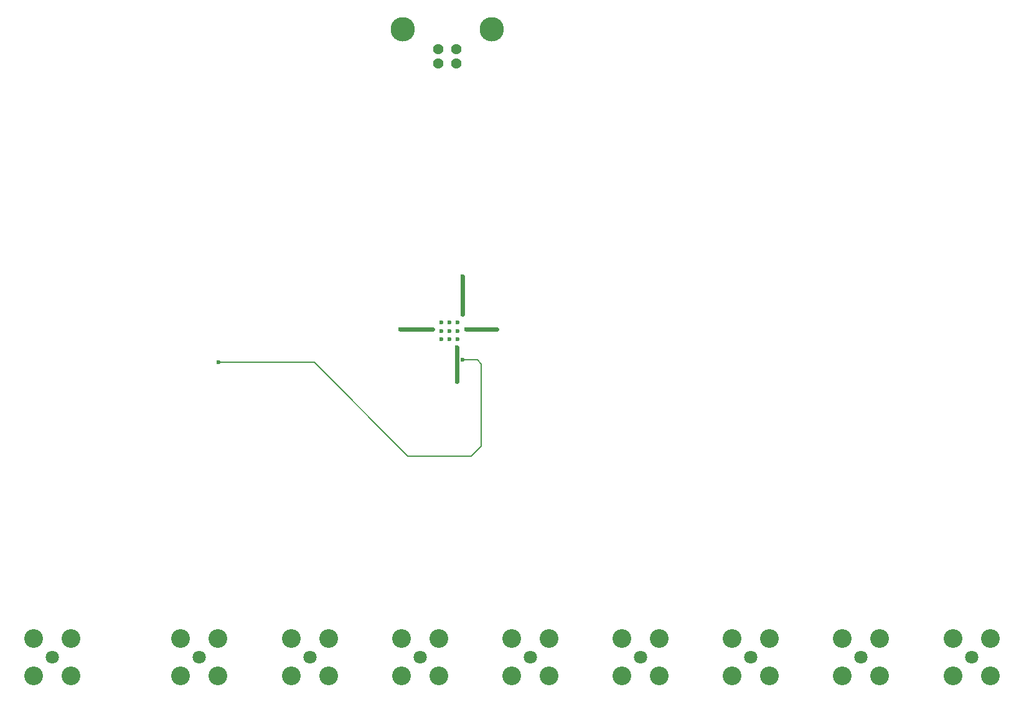
<source format=gbr>
%TF.GenerationSoftware,KiCad,Pcbnew,9.0.1*%
%TF.CreationDate,2025-12-24T17:34:11-06:00*%
%TF.ProjectId,opensync_prototype,6f70656e-7379-46e6-935f-70726f746f74,0.1*%
%TF.SameCoordinates,Original*%
%TF.FileFunction,Copper,L4,Bot*%
%TF.FilePolarity,Positive*%
%FSLAX46Y46*%
G04 Gerber Fmt 4.6, Leading zero omitted, Abs format (unit mm)*
G04 Created by KiCad (PCBNEW 9.0.1) date 2025-12-24 17:34:11*
%MOMM*%
%LPD*%
G01*
G04 APERTURE LIST*
%TA.AperFunction,ComponentPad*%
%ADD10C,1.428000*%
%TD*%
%TA.AperFunction,ComponentPad*%
%ADD11C,3.316000*%
%TD*%
%TA.AperFunction,ComponentPad*%
%ADD12C,0.600000*%
%TD*%
%TA.AperFunction,ComponentPad*%
%ADD13C,1.800000*%
%TD*%
%TA.AperFunction,ComponentPad*%
%ADD14C,2.550000*%
%TD*%
%TA.AperFunction,ViaPad*%
%ADD15C,0.600000*%
%TD*%
%TA.AperFunction,Conductor*%
%ADD16C,0.600000*%
%TD*%
%TA.AperFunction,Conductor*%
%ADD17C,0.156500*%
%TD*%
G04 APERTURE END LIST*
D10*
%TO.P,J1,1,VBUS*%
%TO.N,VBUS*%
X129450000Y-58240000D03*
%TO.P,J1,2,D-*%
%TO.N,/Power and Data/USB_D-*%
X131950000Y-58240000D03*
%TO.P,J1,3,D+*%
%TO.N,/Power and Data/USB_D+*%
X131950000Y-56240000D03*
%TO.P,J1,4,GND*%
%TO.N,GND_BUS*%
X129450000Y-56240000D03*
D11*
%TO.P,J1,S1*%
X136720000Y-53530000D03*
%TO.P,J1,S2*%
X124680000Y-53530000D03*
%TD*%
D12*
%TO.P,U2,81,GND*%
%TO.N,GND*%
X129866667Y-93466667D03*
X129866667Y-94600000D03*
X129866667Y-95733333D03*
X131000000Y-93466667D03*
X131000000Y-94600000D03*
X131000000Y-95733333D03*
X132133333Y-93466667D03*
X132133333Y-94600000D03*
X132133333Y-95733333D03*
%TD*%
D13*
%TO.P,J6,1*%
%TO.N,Net-(J6-Pad1)*%
X127000000Y-139000000D03*
D14*
%TO.P,J6,2*%
%TO.N,GND*%
X129540000Y-136460000D03*
%TO.P,J6,3*%
X124460000Y-136460000D03*
%TO.P,J6,4*%
X124460000Y-141540000D03*
%TO.P,J6,5*%
X129540000Y-141540000D03*
%TD*%
D13*
%TO.P,J10,1*%
%TO.N,Net-(J10-Pad1)*%
X187000000Y-139000000D03*
D14*
%TO.P,J10,2*%
%TO.N,GND*%
X189540000Y-136460000D03*
%TO.P,J10,3*%
X184460000Y-136460000D03*
%TO.P,J10,4*%
X184460000Y-141540000D03*
%TO.P,J10,5*%
X189540000Y-141540000D03*
%TD*%
D13*
%TO.P,J9,1*%
%TO.N,Net-(J9-Pad1)*%
X172000000Y-139000000D03*
D14*
%TO.P,J9,2*%
%TO.N,GND*%
X174540000Y-136460000D03*
%TO.P,J9,3*%
X169460000Y-136460000D03*
%TO.P,J9,4*%
X169460000Y-141540000D03*
%TO.P,J9,5*%
X174540000Y-141540000D03*
%TD*%
D13*
%TO.P,J4,1*%
%TO.N,Net-(J4-Pad1)*%
X97000000Y-139000000D03*
D14*
%TO.P,J4,2*%
%TO.N,GND*%
X99540000Y-136460000D03*
%TO.P,J4,3*%
X94460000Y-136460000D03*
%TO.P,J4,4*%
X94460000Y-141540000D03*
%TO.P,J4,5*%
X99540000Y-141540000D03*
%TD*%
D13*
%TO.P,J8,1*%
%TO.N,Net-(J8-Pad1)*%
X157000000Y-139000000D03*
D14*
%TO.P,J8,2*%
%TO.N,GND*%
X159540000Y-136460000D03*
%TO.P,J8,3*%
X154460000Y-136460000D03*
%TO.P,J8,4*%
X154460000Y-141540000D03*
%TO.P,J8,5*%
X159540000Y-141540000D03*
%TD*%
D13*
%TO.P,J11,1*%
%TO.N,Net-(J11-Pad1)*%
X202000000Y-139000000D03*
D14*
%TO.P,J11,2*%
%TO.N,GND*%
X204540000Y-136460000D03*
%TO.P,J11,3*%
X199460000Y-136460000D03*
%TO.P,J11,4*%
X199460000Y-141540000D03*
%TO.P,J11,5*%
X204540000Y-141540000D03*
%TD*%
D13*
%TO.P,J2,1*%
%TO.N,Net-(J2-Pad1)*%
X77000000Y-139000000D03*
D14*
%TO.P,J2,2*%
%TO.N,GND*%
X79540000Y-136460000D03*
%TO.P,J2,3*%
X74460000Y-136460000D03*
%TO.P,J2,4*%
X74460000Y-141540000D03*
%TO.P,J2,5*%
X79540000Y-141540000D03*
%TD*%
D13*
%TO.P,J7,1*%
%TO.N,Net-(J7-Pad1)*%
X142000000Y-139000000D03*
D14*
%TO.P,J7,2*%
%TO.N,GND*%
X144540000Y-136460000D03*
%TO.P,J7,3*%
X139460000Y-136460000D03*
%TO.P,J7,4*%
X139460000Y-141540000D03*
%TO.P,J7,5*%
X144540000Y-141540000D03*
%TD*%
D13*
%TO.P,J5,1*%
%TO.N,Net-(J5-Pad1)*%
X112000000Y-139000000D03*
D14*
%TO.P,J5,2*%
%TO.N,GND*%
X114540000Y-136460000D03*
%TO.P,J5,3*%
X109460000Y-136460000D03*
%TO.P,J5,4*%
X109460000Y-141540000D03*
%TO.P,J5,5*%
X114540000Y-141540000D03*
%TD*%
D15*
%TO.N,+1V1*%
X132750000Y-87750000D03*
X132000000Y-101500000D03*
X133250000Y-94400000D03*
X128750000Y-94400000D03*
X132750000Y-92350000D03*
X124350000Y-94400000D03*
X137400000Y-94400000D03*
X132000000Y-96850000D03*
X132750000Y-87150000D03*
%TO.N,/Microcontroller and Ext. Clock/RUN*%
X99600000Y-98900000D03*
X132800000Y-98550000D03*
%TD*%
D16*
%TO.N,+1V1*%
X128750000Y-94400000D02*
X124350000Y-94400000D01*
X137400000Y-94400000D02*
X133250000Y-94400000D01*
X132750000Y-87150000D02*
X132750000Y-92350000D01*
X132000000Y-101500000D02*
X132000000Y-96850000D01*
D17*
%TO.N,/Microcontroller and Ext. Clock/RUN*%
X132800000Y-98550000D02*
X134800000Y-98550000D01*
X112600000Y-98900000D02*
X99600000Y-98900000D01*
X134000000Y-111650000D02*
X125350000Y-111650000D01*
X134800000Y-98550000D02*
X135350000Y-99100000D01*
X125350000Y-111650000D02*
X112600000Y-98900000D01*
X135350000Y-99100000D02*
X135350000Y-110300000D01*
X135350000Y-110300000D02*
X134000000Y-111650000D01*
%TD*%
M02*

</source>
